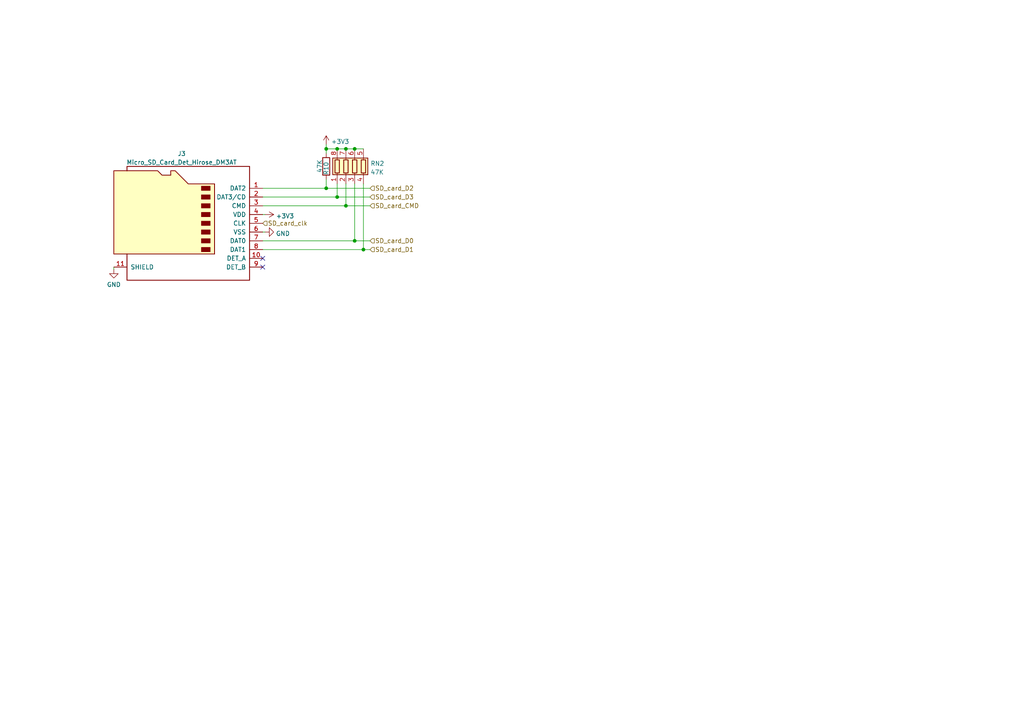
<source format=kicad_sch>
(kicad_sch (version 20211123) (generator eeschema)
  (paper "A4")
  (lib_symbols
    (symbol "Connector:Micro_SD_Card_Det_Hirose_DM3AT" (pin_names (offset 1.016))
      (property "Reference" "J" (at -16.51 17.78 0))
      (property "Value" "Micro_SD_Card_Det_Hirose_DM3AT" (at 16.51 17.78 0))
      (symbol "Micro_SD_Card_Det_Hirose_DM3AT_0_1"
        (rectangle (start -7.62 -6.985) (end -5.08 -8.255) (fill (type outline)))
        (rectangle (start -7.62 -4.445) (end -5.08 -5.715) (fill (type outline)))
        (rectangle (start -7.62 -1.905) (end -5.08 -3.175) (fill (type outline)))
        (rectangle (start -7.62 0.635) (end -5.08 -0.635) (fill (type outline)))
        (rectangle (start -7.62 3.175) (end -5.08 1.905) (fill (type outline)))
        (rectangle (start -7.62 5.715) (end -5.08 4.445) (fill (type outline)))
        (rectangle (start -7.62 8.255) (end -5.08 6.985) (fill (type outline)))
        (rectangle (start -7.62 10.795) (end -5.08 9.525) (fill (type outline)))
        (polyline (pts (xy 16.51 15.24) (xy 16.51 16.51) (xy -19.05 16.51) (xy -19.05 -16.51) (xy 16.51 -16.51) (xy 16.51 -8.89)) (stroke (width 0.254)))
        (polyline (pts (xy -8.89 -8.89) (xy -8.89 11.43) (xy -1.27 11.43) (xy 2.54 15.24) (xy 3.81 15.24) (xy 3.81 13.97) (xy 6.35 13.97) (xy 7.62 15.24) (xy 20.32 15.24) (xy 20.32 -8.89) (xy -8.89 -8.89)) (stroke (width 0.254)) (fill (type background)))
      )
      (symbol "Micro_SD_Card_Det_Hirose_DM3AT_1_1"
        (pin bidirectional line (at -22.86 10.16 0) (length 3.81) (name "DAT2") (number "1"))
        (pin passive line (at -22.86 -10.16 0) (length 3.81) (name "DET_A") (number "10"))
        (pin passive line (at 20.32 -12.7 180) (length 3.81) (name "SHIELD") (number "11"))
        (pin bidirectional line (at -22.86 7.62 0) (length 3.81) (name "DAT3/CD") (number "2"))
        (pin input line (at -22.86 5.08 0) (length 3.81) (name "CMD") (number "3"))
        (pin power_in line (at -22.86 2.54 0) (length 3.81) (name "VDD") (number "4"))
        (pin input line (at -22.86 0 0) (length 3.81) (name "CLK") (number "5"))
        (pin power_in line (at -22.86 -2.54 0) (length 3.81) (name "VSS") (number "6"))
        (pin bidirectional line (at -22.86 -5.08 0) (length 3.81) (name "DAT0") (number "7"))
        (pin bidirectional line (at -22.86 -7.62 0) (length 3.81) (name "DAT1") (number "8"))
        (pin passive line (at -22.86 -12.7 0) (length 3.81) (name "DET_B") (number "9"))
      )
    )
    (symbol "Device:R" (pin_numbers hide) (pin_names (offset 0))
      (property "Reference" "R" (at 2.032 0 90))
      (property "Value" "R" (at 0 0 90))
      (symbol "R_0_1"
        (rectangle (start -1.016 -2.54) (end 1.016 2.54) (stroke (width 0.254)))
      )
      (symbol "R_1_1"
        (pin passive line (at 0 3.81 270) (length 1.27) (name "~") (number "1"))
        (pin passive line (at 0 -3.81 90) (length 1.27) (name "~") (number "2"))
      )
    )
    (symbol "Device:R_Pack04" (pin_names (offset 0) hide)
      (property "Reference" "RN" (at -7.62 0 90))
      (property "Value" "R_Pack04" (at 5.08 0 90))
      (symbol "R_Pack04_0_1"
        (rectangle (start -6.35 -2.413) (end 3.81 2.413) (stroke (width 0.254)) (fill (type background)))
        (rectangle (start -5.715 1.905) (end -4.445 -1.905) (stroke (width 0.254)))
        (rectangle (start -3.175 1.905) (end -1.905 -1.905) (stroke (width 0.254)))
        (rectangle (start -0.635 1.905) (end 0.635 -1.905) (stroke (width 0.254)))
        (polyline (pts (xy -5.08 -2.54) (xy -5.08 -1.905)))
        (polyline (pts (xy -5.08 1.905) (xy -5.08 2.54)))
        (polyline (pts (xy -2.54 -2.54) (xy -2.54 -1.905)))
        (polyline (pts (xy -2.54 1.905) (xy -2.54 2.54)))
        (polyline (pts (xy 0 -2.54) (xy 0 -1.905)))
        (polyline (pts (xy 0 1.905) (xy 0 2.54)))
        (polyline (pts (xy 2.54 -2.54) (xy 2.54 -1.905)))
        (polyline (pts (xy 2.54 1.905) (xy 2.54 2.54)))
        (rectangle (start 1.905 1.905) (end 3.175 -1.905) (stroke (width 0.254)))
      )
      (symbol "R_Pack04_1_1"
        (pin passive line (at -5.08 -5.08 90) (length 2.54) (name "R1.1") (number "1"))
        (pin passive line (at -2.54 -5.08 90) (length 2.54) (name "R2.1") (number "2"))
        (pin passive line (at 0 -5.08 90) (length 2.54) (name "R3.1") (number "3"))
        (pin passive line (at 2.54 -5.08 90) (length 2.54) (name "R4.1") (number "4"))
        (pin passive line (at 2.54 5.08 270) (length 2.54) (name "R4.2") (number "5"))
        (pin passive line (at 0 5.08 270) (length 2.54) (name "R3.2") (number "6"))
        (pin passive line (at -2.54 5.08 270) (length 2.54) (name "R2.2") (number "7"))
        (pin passive line (at -5.08 5.08 270) (length 2.54) (name "R1.2") (number "8"))
      )
    )
    (symbol "power:+3V3" (power) (pin_names (offset 0))
      (property "Value" "+3V3" (at 0 3.556 0))
      (symbol "+3V3_0_1"
        (polyline (pts (xy -0.762 1.27) (xy 0 2.54)))
        (polyline (pts (xy 0 0) (xy 0 2.54)))
        (polyline (pts (xy 0 2.54) (xy 0.762 1.27)))
      )
      (symbol "+3V3_1_1"
        (pin power_in line (at 0 0 90) (length 0) hide (name "+3V3") (number "1"))
      )
    )
    (symbol "power:GND" (power) (pin_names (offset 0))
      (property "Value" "GND" (at 0 -3.81 0))
      (symbol "GND_0_1"
        (polyline (pts (xy 0 0) (xy 0 -1.27) (xy 1.27 -1.27) (xy 0 -2.54) (xy -1.27 -1.27) (xy 0 -1.27)))
      )
      (symbol "GND_1_1"
        (pin power_in line (at 0 0 270) (length 0) hide (name "GND") (number "1"))
      )
    )
  )
  (junction (at 100.33 43.18))
  (junction (at 97.79 43.18))
  (junction (at 102.87 43.18))
  (junction (at 102.87 69.85))
  (junction (at 94.615 54.61))
  (junction (at 94.615 43.18))
  (junction (at 97.79 57.15))
  (junction (at 100.33 59.69))
  (junction (at 105.41 72.39))
  (no_connect (at 76.2 74.93))
  (no_connect (at 76.2 77.47))
  (wire (pts (xy 33.02 78.105) (xy 33.02 77.47)))
  (wire (pts (xy 76.2 57.15) (xy 97.79 57.15)))
  (wire (pts (xy 76.2 72.39) (xy 105.41 72.39)))
  (wire (pts (xy 94.615 52.07) (xy 94.615 54.61)))
  (wire (pts (xy 100.33 53.34) (xy 100.33 59.69)))
  (wire (pts (xy 76.2 69.85) (xy 102.87 69.85)))
  (wire (pts (xy 94.615 41.91) (xy 94.615 43.18)))
  (wire (pts (xy 76.2 54.61) (xy 94.615 54.61)))
  (wire (pts (xy 105.41 72.39) (xy 107.315 72.39)))
  (wire (pts (xy 102.87 69.85) (xy 107.315 69.85)))
  (wire (pts (xy 102.87 43.18) (xy 100.33 43.18)))
  (wire (pts (xy 97.79 43.18) (xy 94.615 43.18)))
  (wire (pts (xy 105.41 53.34) (xy 105.41 72.39)))
  (wire (pts (xy 76.2 59.69) (xy 100.33 59.69)))
  (wire (pts (xy 105.41 43.18) (xy 102.87 43.18)))
  (wire (pts (xy 94.615 43.18) (xy 94.615 44.45)))
  (wire (pts (xy 102.87 53.34) (xy 102.87 69.85)))
  (wire (pts (xy 97.79 53.34) (xy 97.79 57.15)))
  (wire (pts (xy 94.615 54.61) (xy 107.315 54.61)))
  (wire (pts (xy 100.33 59.69) (xy 107.315 59.69)))
  (wire (pts (xy 76.2 67.31) (xy 76.835 67.31)))
  (wire (pts (xy 97.79 57.15) (xy 107.315 57.15)))
  (wire (pts (xy 100.33 43.18) (xy 97.79 43.18)))
  (wire (pts (xy 76.2 62.23) (xy 76.835 62.23)))
  (hierarchical_label "SD_card_clk" (shape input) (at 76.2 64.77 0))
  (hierarchical_label "SD_card_D1" (shape input) (at 107.315 72.39 0))
  (hierarchical_label "SD_card_CMD" (shape input) (at 107.315 59.69 0))
  (hierarchical_label "SD_card_D0" (shape input) (at 107.315 69.85 0))
  (hierarchical_label "SD_card_D3" (shape input) (at 107.315 57.15 0))
  (hierarchical_label "SD_card_D2" (shape input) (at 107.315 54.61 0))
  (symbol (lib_id "power:+3V3") (at 76.835 62.23 270) (unit 1)
    (property "Reference" "#PWR0132" (effects hide))
    (property "Value" "+3V3" (at 80.01 62.6638 90) (effects (justify left)))
  )
  (symbol (lib_id "Device:R_Pack04") (at 102.87 48.26 0) (unit 1)
    (property "Reference" "RN2" (at 107.442 47.4253 0) (effects (justify left)))
    (property "Value" "47K" (at 107.442 49.9622 0) (effects (justify left)))
    (property "Footprint" "Resistor_SMD:R_Array_Concave_4x0603" (effects hide))
  )
  (symbol (lib_id "power:+3V3") (at 94.615 41.91 0) (unit 1)
    (property "Reference" "#PWR0130" (effects hide))
    (property "Value" "+3V3" (at 96.012 41.0738 0) (effects (justify left)))
  )
  (symbol (lib_id "power:GND") (at 76.835 67.31 90) (unit 1)
    (property "Reference" "#PWR0133" (effects hide))
    (property "Value" "GND" (at 80.01 67.7438 90) (effects (justify right)))
  )
  (symbol (lib_id "Connector:Micro_SD_Card_Det_Hirose_DM3AT") (at 53.34 64.77 0) (mirror y) (unit 1)
    (property "Reference" "J3" (at 52.705 44.5602 0))
    (property "Value" "Micro_SD_Card_Det_Hirose_DM3AT" (at 52.705 47.0971 0))
    (property "Footprint" "Connector_Card:microSD_HC_Hirose_DM3AT-SF-PEJM5" (effects hide))
    (property "Datasheet" "https://www.hirose.com/product/en/download_file/key_name/DM3/category/Catalog/doc_file_id/49662/?file_category_id=4&item_id=195&is_series=1" (effects hide))
  )
  (symbol (lib_id "Device:R") (at 94.615 48.26 0) (unit 1)
    (property "Reference" "R10" (at 94.615 50.8 90) (effects (justify left)))
    (property "Value" "47K" (at 92.71 50.165 90) (effects (justify left)))
    (property "Footprint" "Resistor_SMD:R_0603_1608Metric" (effects hide))
  )
  (symbol (lib_id "power:GND") (at 33.02 78.105 0) (unit 1)
    (property "Reference" "#PWR0131" (effects hide))
    (property "Value" "GND" (at 33.02 82.5484 0))
  )
)
</source>
